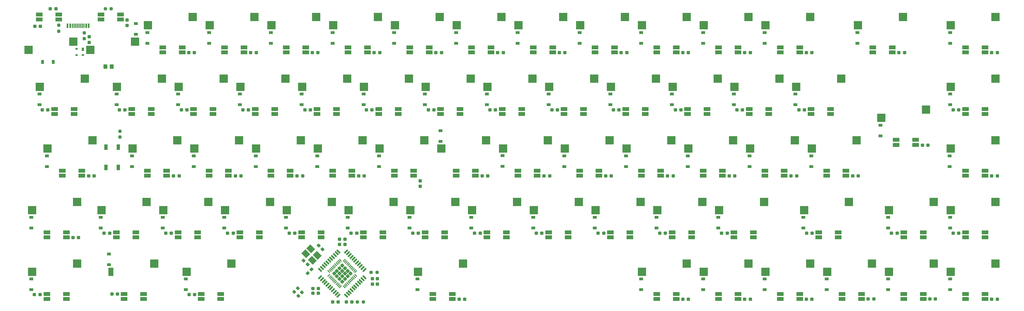
<source format=gbp>
G04 #@! TF.GenerationSoftware,KiCad,Pcbnew,(6.0.10)*
G04 #@! TF.CreationDate,2023-02-16T19:15:59+01:00*
G04 #@! TF.ProjectId,kuro65,6b75726f-3635-42e6-9b69-6361645f7063,rev?*
G04 #@! TF.SameCoordinates,Original*
G04 #@! TF.FileFunction,Paste,Bot*
G04 #@! TF.FilePolarity,Positive*
%FSLAX46Y46*%
G04 Gerber Fmt 4.6, Leading zero omitted, Abs format (unit mm)*
G04 Created by KiCad (PCBNEW (6.0.10)) date 2023-02-16 19:15:59*
%MOMM*%
%LPD*%
G01*
G04 APERTURE LIST*
G04 Aperture macros list*
%AMRoundRect*
0 Rectangle with rounded corners*
0 $1 Rounding radius*
0 $2 $3 $4 $5 $6 $7 $8 $9 X,Y pos of 4 corners*
0 Add a 4 corners polygon primitive as box body*
4,1,4,$2,$3,$4,$5,$6,$7,$8,$9,$2,$3,0*
0 Add four circle primitives for the rounded corners*
1,1,$1+$1,$2,$3*
1,1,$1+$1,$4,$5*
1,1,$1+$1,$6,$7*
1,1,$1+$1,$8,$9*
0 Add four rect primitives between the rounded corners*
20,1,$1+$1,$2,$3,$4,$5,0*
20,1,$1+$1,$4,$5,$6,$7,0*
20,1,$1+$1,$6,$7,$8,$9,0*
20,1,$1+$1,$8,$9,$2,$3,0*%
%AMRotRect*
0 Rectangle, with rotation*
0 The origin of the aperture is its center*
0 $1 length*
0 $2 width*
0 $3 Rotation angle, in degrees counterclockwise*
0 Add horizontal line*
21,1,$1,$2,0,0,$3*%
G04 Aperture macros list end*
%ADD10R,2.550000X2.500000*%
%ADD11R,1.590000X2.500000*%
%ADD12R,2.000000X1.200000*%
%ADD13R,0.600000X1.450000*%
%ADD14R,0.300000X1.450000*%
%ADD15RoundRect,0.237500X0.300000X0.237500X-0.300000X0.237500X-0.300000X-0.237500X0.300000X-0.237500X0*%
%ADD16RoundRect,0.237500X-0.300000X-0.237500X0.300000X-0.237500X0.300000X0.237500X-0.300000X0.237500X0*%
%ADD17RoundRect,0.237500X0.044194X0.380070X-0.380070X-0.044194X-0.044194X-0.380070X0.380070X0.044194X0*%
%ADD18RoundRect,0.237500X0.237500X-0.250000X0.237500X0.250000X-0.237500X0.250000X-0.237500X-0.250000X0*%
%ADD19RoundRect,0.237500X-0.237500X0.250000X-0.237500X-0.250000X0.237500X-0.250000X0.237500X0.250000X0*%
%ADD20RoundRect,0.237500X0.250000X0.237500X-0.250000X0.237500X-0.250000X-0.237500X0.250000X-0.237500X0*%
%ADD21RoundRect,0.250000X0.000000X-0.358486X0.358486X0.000000X0.000000X0.358486X-0.358486X0.000000X0*%
%ADD22RoundRect,0.062500X-0.291682X-0.380070X0.380070X0.291682X0.291682X0.380070X-0.380070X-0.291682X0*%
%ADD23RoundRect,0.062500X0.291682X-0.380070X0.380070X-0.291682X-0.291682X0.380070X-0.380070X0.291682X0*%
%ADD24RoundRect,0.237500X0.344715X-0.008839X-0.008839X0.344715X-0.344715X0.008839X0.008839X-0.344715X0*%
%ADD25RoundRect,0.237500X-0.237500X0.300000X-0.237500X-0.300000X0.237500X-0.300000X0.237500X0.300000X0*%
%ADD26RoundRect,0.237500X-0.380070X0.044194X0.044194X-0.380070X0.380070X-0.044194X-0.044194X0.380070X0*%
%ADD27RoundRect,0.237500X0.380070X-0.044194X-0.044194X0.380070X-0.380070X0.044194X0.044194X-0.380070X0*%
%ADD28RotRect,2.100000X1.725000X315.000000*%
%ADD29R,1.000000X1.700000*%
%ADD30R,0.900000X1.200000*%
%ADD31R,1.200000X0.900000*%
%ADD32RoundRect,0.137500X-0.327037X-0.521491X0.521491X0.327037X0.327037X0.521491X-0.521491X-0.327037X0*%
%ADD33RoundRect,0.137500X0.327037X-0.521491X0.521491X-0.327037X-0.327037X0.521491X-0.521491X0.327037X0*%
%ADD34R,0.700000X1.000000*%
%ADD35R,0.700000X0.600000*%
%ADD36RoundRect,0.250000X-0.350000X-0.450000X0.350000X-0.450000X0.350000X0.450000X-0.350000X0.450000X0*%
%ADD37RoundRect,0.237500X0.237500X-0.287500X0.237500X0.287500X-0.237500X0.287500X-0.237500X-0.287500X0*%
G04 APERTURE END LIST*
D10*
X1710000Y-13680000D03*
X15560000Y-11140000D03*
X21433750Y-41620000D03*
X7583750Y-44160000D03*
X271465000Y-3520000D03*
X257615000Y-6060000D03*
X16671250Y-60670000D03*
X2821250Y-63210000D03*
X38102500Y-60670000D03*
X24252500Y-63210000D03*
X204790000Y-79720000D03*
X190940000Y-82260000D03*
X223840000Y-79720000D03*
X209990000Y-82260000D03*
X242890000Y-79720000D03*
X229040000Y-82260000D03*
X42865000Y-22570000D03*
X29015000Y-25110000D03*
X47627500Y-41620000D03*
X33777500Y-44160000D03*
X52390000Y-3520000D03*
X38540000Y-6060000D03*
X61915000Y-22570000D03*
X48065000Y-25110000D03*
X66677500Y-41620000D03*
X52827500Y-44160000D03*
X57152500Y-60670000D03*
X43302500Y-63210000D03*
X71440000Y-3520000D03*
X57590000Y-6060000D03*
X80965000Y-22570000D03*
X67115000Y-25110000D03*
X85727500Y-41620000D03*
X71877500Y-44160000D03*
X76202500Y-60670000D03*
X62352500Y-63210000D03*
X90490000Y-3520000D03*
X76640000Y-6060000D03*
X100015000Y-22570000D03*
X86165000Y-25110000D03*
X104777500Y-41620000D03*
X90927500Y-44160000D03*
X95252500Y-60670000D03*
X81402500Y-63210000D03*
X109540000Y-3520000D03*
X95690000Y-6060000D03*
X119065000Y-22570000D03*
X105215000Y-25110000D03*
X123827500Y-41620000D03*
X109977500Y-44160000D03*
X128590000Y-3520000D03*
X114740000Y-6060000D03*
X138115000Y-22570000D03*
X124265000Y-25110000D03*
X142877500Y-41620000D03*
X129027500Y-44160000D03*
X133352500Y-60670000D03*
X119502500Y-63210000D03*
X147640000Y-3520000D03*
X133790000Y-6060000D03*
X157165000Y-22570000D03*
X143315000Y-25110000D03*
X161927500Y-41620000D03*
X148077500Y-44160000D03*
X152402500Y-60670000D03*
X138552500Y-63210000D03*
X166690000Y-3520000D03*
X152840000Y-6060000D03*
X176215000Y-22570000D03*
X162365000Y-25110000D03*
X180977500Y-41620000D03*
X167127500Y-44160000D03*
X171452500Y-60670000D03*
X157602500Y-63210000D03*
X185740000Y-3520000D03*
X171890000Y-6060000D03*
X195265000Y-22570000D03*
X181415000Y-25110000D03*
X200027500Y-41620000D03*
X186177500Y-44160000D03*
X190502500Y-60670000D03*
X176652500Y-63210000D03*
X204790000Y-3520000D03*
X190940000Y-6060000D03*
X214315000Y-22570000D03*
X200465000Y-25110000D03*
X219077500Y-41620000D03*
X205227500Y-44160000D03*
X209552500Y-60670000D03*
X195702500Y-63210000D03*
X223840000Y-3520000D03*
X209990000Y-6060000D03*
X233365000Y-22570000D03*
X219515000Y-25110000D03*
X238127500Y-41620000D03*
X224277500Y-44160000D03*
X228602500Y-60670000D03*
X214752500Y-63210000D03*
X242890000Y-3520000D03*
X229040000Y-6060000D03*
X252415000Y-22570000D03*
X238565000Y-25110000D03*
X257177500Y-41620000D03*
X243327500Y-44160000D03*
X261940000Y-79720000D03*
X248090000Y-82260000D03*
X280990000Y-60670000D03*
X267140000Y-63210000D03*
X280990000Y-79720000D03*
X267140000Y-82260000D03*
X300040000Y-3520000D03*
X286190000Y-6060000D03*
X300040000Y-22570000D03*
X286190000Y-25110000D03*
X300040000Y-41620000D03*
X286190000Y-44160000D03*
X300040000Y-60670000D03*
X286190000Y-63210000D03*
X300040000Y-79720000D03*
X286190000Y-82260000D03*
X278608750Y-32095000D03*
X264758750Y-34635000D03*
X19052500Y-22570000D03*
X5202500Y-25110000D03*
X16671250Y-79720000D03*
X2821250Y-82260000D03*
X40483750Y-79720000D03*
D11*
X27113750Y-82260000D03*
D10*
X135733750Y-79720000D03*
X121883750Y-82260000D03*
X254796250Y-60670000D03*
X240946250Y-63210000D03*
X20760000Y-13680000D03*
X34610000Y-11140000D03*
X114302500Y-60670000D03*
X100452500Y-63210000D03*
X64296250Y-79720000D03*
X50446250Y-82260000D03*
D12*
X30050000Y-4320000D03*
X30050000Y-2720000D03*
X24050000Y-2720000D03*
X24050000Y-4320000D03*
X139587500Y-52580000D03*
X139587500Y-50980000D03*
X133587500Y-50980000D03*
X133587500Y-52580000D03*
X271700000Y-70030000D03*
X271700000Y-71630000D03*
X277700000Y-71630000D03*
X277700000Y-70030000D03*
X82437500Y-52580000D03*
X82437500Y-50980000D03*
X76437500Y-50980000D03*
X76437500Y-52580000D03*
X109775000Y-31930000D03*
X109775000Y-33530000D03*
X115775000Y-33530000D03*
X115775000Y-31930000D03*
X296750000Y-52580000D03*
X296750000Y-50980000D03*
X290750000Y-50980000D03*
X290750000Y-52580000D03*
X268175000Y-14480000D03*
X268175000Y-12880000D03*
X262175000Y-12880000D03*
X262175000Y-14480000D03*
X158637500Y-52580000D03*
X158637500Y-50980000D03*
X152637500Y-50980000D03*
X152637500Y-52580000D03*
X290750000Y-70030000D03*
X290750000Y-71630000D03*
X296750000Y-71630000D03*
X296750000Y-70030000D03*
X49100000Y-14480000D03*
X49100000Y-12880000D03*
X43100000Y-12880000D03*
X43100000Y-14480000D03*
X243125000Y-31930000D03*
X243125000Y-33530000D03*
X249125000Y-33530000D03*
X249125000Y-31930000D03*
X234837500Y-52580000D03*
X234837500Y-50980000D03*
X228837500Y-50980000D03*
X228837500Y-52580000D03*
X85962500Y-70030000D03*
X85962500Y-71630000D03*
X91962500Y-71630000D03*
X91962500Y-70030000D03*
X162162500Y-70030000D03*
X162162500Y-71630000D03*
X168162500Y-71630000D03*
X168162500Y-70030000D03*
X128825000Y-31930000D03*
X128825000Y-33530000D03*
X134825000Y-33530000D03*
X134825000Y-31930000D03*
X132443750Y-90680000D03*
X132443750Y-89080000D03*
X126443750Y-89080000D03*
X126443750Y-90680000D03*
X181212500Y-70030000D03*
X181212500Y-71630000D03*
X187212500Y-71630000D03*
X187212500Y-70030000D03*
X120537500Y-52580000D03*
X120537500Y-50980000D03*
X114537500Y-50980000D03*
X114537500Y-52580000D03*
X201500000Y-14480000D03*
X201500000Y-12880000D03*
X195500000Y-12880000D03*
X195500000Y-14480000D03*
X105012500Y-70030000D03*
X105012500Y-71630000D03*
X111012500Y-71630000D03*
X111012500Y-70030000D03*
X290750000Y-31930000D03*
X290750000Y-33530000D03*
X296750000Y-33530000D03*
X296750000Y-31930000D03*
X239600000Y-90680000D03*
X239600000Y-89080000D03*
X233600000Y-89080000D03*
X233600000Y-90680000D03*
X87200000Y-14480000D03*
X87200000Y-12880000D03*
X81200000Y-12880000D03*
X81200000Y-14480000D03*
X66912500Y-70030000D03*
X66912500Y-71630000D03*
X72912500Y-71630000D03*
X72912500Y-70030000D03*
X106250000Y-14480000D03*
X106250000Y-12880000D03*
X100250000Y-12880000D03*
X100250000Y-14480000D03*
X220550000Y-90680000D03*
X220550000Y-89080000D03*
X214550000Y-89080000D03*
X214550000Y-90680000D03*
X296750000Y-14480000D03*
X296750000Y-12880000D03*
X290750000Y-12880000D03*
X290750000Y-14480000D03*
X143112500Y-70030000D03*
X143112500Y-71630000D03*
X149112500Y-71630000D03*
X149112500Y-70030000D03*
X215787500Y-52580000D03*
X215787500Y-50980000D03*
X209787500Y-50980000D03*
X209787500Y-52580000D03*
X177687500Y-52580000D03*
X177687500Y-50980000D03*
X171687500Y-50980000D03*
X171687500Y-52580000D03*
X9762500Y-31930000D03*
X9762500Y-33530000D03*
X15762500Y-33530000D03*
X15762500Y-31930000D03*
X124062500Y-70030000D03*
X124062500Y-71630000D03*
X130062500Y-71630000D03*
X130062500Y-70030000D03*
X239600000Y-14480000D03*
X239600000Y-12880000D03*
X233600000Y-12880000D03*
X233600000Y-14480000D03*
X52625000Y-31930000D03*
X52625000Y-33530000D03*
X58625000Y-33530000D03*
X58625000Y-31930000D03*
X11000000Y-4320000D03*
X11000000Y-2720000D03*
X5000000Y-2720000D03*
X5000000Y-4320000D03*
X245506250Y-70030000D03*
X245506250Y-71630000D03*
X251506250Y-71630000D03*
X251506250Y-70030000D03*
X196737500Y-52580000D03*
X196737500Y-50980000D03*
X190737500Y-50980000D03*
X190737500Y-52580000D03*
X275318750Y-43055000D03*
X275318750Y-41455000D03*
X269318750Y-41455000D03*
X269318750Y-43055000D03*
X101487500Y-52580000D03*
X101487500Y-50980000D03*
X95487500Y-50980000D03*
X95487500Y-52580000D03*
X47862500Y-70030000D03*
X47862500Y-71630000D03*
X53862500Y-71630000D03*
X53862500Y-70030000D03*
X7381250Y-89080000D03*
X7381250Y-90680000D03*
X13381250Y-90680000D03*
X13381250Y-89080000D03*
X28812500Y-70030000D03*
X28812500Y-71630000D03*
X34812500Y-71630000D03*
X34812500Y-70030000D03*
X182450000Y-14480000D03*
X182450000Y-12880000D03*
X176450000Y-12880000D03*
X176450000Y-14480000D03*
X296750000Y-90680000D03*
X296750000Y-89080000D03*
X290750000Y-89080000D03*
X290750000Y-90680000D03*
X144350000Y-14480000D03*
X144350000Y-12880000D03*
X138350000Y-12880000D03*
X138350000Y-14480000D03*
X219312500Y-70030000D03*
X219312500Y-71630000D03*
X225312500Y-71630000D03*
X225312500Y-70030000D03*
X147875000Y-31930000D03*
X147875000Y-33530000D03*
X153875000Y-33530000D03*
X153875000Y-31930000D03*
X163400000Y-14480000D03*
X163400000Y-12880000D03*
X157400000Y-12880000D03*
X157400000Y-14480000D03*
X55006250Y-89080000D03*
X55006250Y-90680000D03*
X61006250Y-90680000D03*
X61006250Y-89080000D03*
X33575000Y-31930000D03*
X33575000Y-33530000D03*
X39575000Y-33530000D03*
X39575000Y-31930000D03*
X125300000Y-14480000D03*
X125300000Y-12880000D03*
X119300000Y-12880000D03*
X119300000Y-14480000D03*
X18143750Y-52580000D03*
X18143750Y-50980000D03*
X12143750Y-50980000D03*
X12143750Y-52580000D03*
X90725000Y-31930000D03*
X90725000Y-33530000D03*
X96725000Y-33530000D03*
X96725000Y-31930000D03*
X224075000Y-31930000D03*
X224075000Y-33530000D03*
X230075000Y-33530000D03*
X230075000Y-31930000D03*
X31193750Y-89080000D03*
X31193750Y-90680000D03*
X37193750Y-90680000D03*
X37193750Y-89080000D03*
X185975000Y-31930000D03*
X185975000Y-33530000D03*
X191975000Y-33530000D03*
X191975000Y-31930000D03*
X253887500Y-52580000D03*
X253887500Y-50980000D03*
X247887500Y-50980000D03*
X247887500Y-52580000D03*
X258650000Y-90680000D03*
X258650000Y-89080000D03*
X252650000Y-89080000D03*
X252650000Y-90680000D03*
X205025000Y-31930000D03*
X205025000Y-33530000D03*
X211025000Y-33530000D03*
X211025000Y-31930000D03*
X68150000Y-14480000D03*
X68150000Y-12880000D03*
X62150000Y-12880000D03*
X62150000Y-14480000D03*
X277700000Y-90680000D03*
X277700000Y-89080000D03*
X271700000Y-89080000D03*
X271700000Y-90680000D03*
X71675000Y-31930000D03*
X71675000Y-33530000D03*
X77675000Y-33530000D03*
X77675000Y-31930000D03*
X166925000Y-31930000D03*
X166925000Y-33530000D03*
X172925000Y-33530000D03*
X172925000Y-31930000D03*
X44337500Y-52580000D03*
X44337500Y-50980000D03*
X38337500Y-50980000D03*
X38337500Y-52580000D03*
X13381250Y-71630000D03*
X13381250Y-70030000D03*
X7381250Y-70030000D03*
X7381250Y-71630000D03*
X220550000Y-14480000D03*
X220550000Y-12880000D03*
X214550000Y-12880000D03*
X214550000Y-14480000D03*
X63387500Y-52580000D03*
X63387500Y-50980000D03*
X57387500Y-50980000D03*
X57387500Y-52580000D03*
X201500000Y-90680000D03*
X201500000Y-89080000D03*
X195500000Y-89080000D03*
X195500000Y-90680000D03*
X200262500Y-70030000D03*
X200262500Y-71630000D03*
X206262500Y-71630000D03*
X206262500Y-70030000D03*
D13*
X13780000Y-6225000D03*
X14580000Y-6225000D03*
D14*
X15780000Y-6225000D03*
X16780000Y-6225000D03*
X17280000Y-6225000D03*
X18280000Y-6225000D03*
D13*
X19480000Y-6225000D03*
X20280000Y-6225000D03*
X20280000Y-6225000D03*
X19480000Y-6225000D03*
D14*
X18780000Y-6225000D03*
X17780000Y-6225000D03*
X16280000Y-6225000D03*
X15280000Y-6225000D03*
D13*
X14580000Y-6225000D03*
X13780000Y-6225000D03*
D15*
X99362500Y-73800000D03*
X97637500Y-73800000D03*
D16*
X99737500Y-91600000D03*
X101462500Y-91600000D03*
D17*
X89009880Y-81490120D03*
X87790120Y-82709880D03*
D18*
X18900000Y-10212500D03*
X18900000Y-8387500D03*
D19*
X29900000Y-38787500D03*
X29900000Y-40612500D03*
D20*
X109212500Y-82400000D03*
X107387500Y-82400000D03*
D21*
X100161701Y-81969150D03*
X100992551Y-82800000D03*
X97669150Y-81138299D03*
X96007449Y-82800000D03*
X98500000Y-83630850D03*
X98500000Y-80307449D03*
X98500000Y-81969150D03*
X96838299Y-83630850D03*
X98500000Y-85292551D03*
X99330850Y-82800000D03*
X99330850Y-81138299D03*
X97669150Y-82800000D03*
X100161701Y-83630850D03*
X96838299Y-81969150D03*
X99330850Y-84461701D03*
X97669150Y-84461701D03*
D22*
X97907798Y-86927736D03*
X97554245Y-86574182D03*
X97200691Y-86220629D03*
X96847138Y-85867076D03*
X96493585Y-85513522D03*
X96140031Y-85159969D03*
X95786478Y-84806415D03*
X95432924Y-84452862D03*
X95079371Y-84099309D03*
X94725818Y-83745755D03*
X94372264Y-83392202D03*
D23*
X94372264Y-82207798D03*
X94725818Y-81854245D03*
X95079371Y-81500691D03*
X95432924Y-81147138D03*
X95786478Y-80793585D03*
X96140031Y-80440031D03*
X96493585Y-80086478D03*
X96847138Y-79732924D03*
X97200691Y-79379371D03*
X97554245Y-79025818D03*
X97907798Y-78672264D03*
D22*
X99092202Y-78672264D03*
X99445755Y-79025818D03*
X99799309Y-79379371D03*
X100152862Y-79732924D03*
X100506415Y-80086478D03*
X100859969Y-80440031D03*
X101213522Y-80793585D03*
X101567076Y-81147138D03*
X101920629Y-81500691D03*
X102274182Y-81854245D03*
X102627736Y-82207798D03*
D23*
X102627736Y-83392202D03*
X102274182Y-83745755D03*
X101920629Y-84099309D03*
X101567076Y-84452862D03*
X101213522Y-84806415D03*
X100859969Y-85159969D03*
X100506415Y-85513522D03*
X100152862Y-85867076D03*
X99799309Y-86220629D03*
X99445755Y-86574182D03*
X99092202Y-86927736D03*
D24*
X84945235Y-89745235D03*
X83654765Y-88454765D03*
D25*
X107800000Y-84337500D03*
X107800000Y-86062500D03*
X109300000Y-84337500D03*
X109300000Y-86062500D03*
D26*
X91190120Y-74090120D03*
X92409880Y-75309880D03*
D27*
X87809880Y-80009880D03*
X86590120Y-78790120D03*
D15*
X91162500Y-87400000D03*
X89437500Y-87400000D03*
D28*
X88743674Y-75105717D03*
X90794283Y-77156326D03*
X89256326Y-78694283D03*
X87205717Y-76643674D03*
D29*
X25600000Y-43725000D03*
X25600000Y-50025000D03*
X29400000Y-50025000D03*
X29400000Y-43725000D03*
D24*
X86045235Y-88645235D03*
X84754765Y-87354765D03*
D18*
X11000000Y-7912500D03*
X11000000Y-6087500D03*
D15*
X91162500Y-88900000D03*
X89437500Y-88900000D03*
D16*
X95537500Y-91600000D03*
X97262500Y-91600000D03*
D15*
X99362500Y-72200000D03*
X97637500Y-72200000D03*
D30*
X9350000Y-17400000D03*
X6050000Y-17400000D03*
D31*
X5100000Y-27350000D03*
X5100000Y-30650000D03*
X7400000Y-46450000D03*
X7400000Y-49750000D03*
X2600000Y-65450000D03*
X2600000Y-68750000D03*
X2600000Y-84450000D03*
X2600000Y-87750000D03*
X34800000Y-8850000D03*
X34800000Y-5550000D03*
X28900000Y-27350000D03*
X28900000Y-30650000D03*
X33600000Y-46450000D03*
X33600000Y-49750000D03*
X24000000Y-65450000D03*
X24000000Y-68750000D03*
X26500000Y-80050000D03*
X26500000Y-76750000D03*
X38400000Y-8350000D03*
X38400000Y-11650000D03*
X47900000Y-27350000D03*
X47900000Y-30650000D03*
X52700000Y-46450000D03*
X52700000Y-49750000D03*
X43100000Y-65450000D03*
X43100000Y-68750000D03*
X50200000Y-84450000D03*
X50200000Y-87750000D03*
X57400000Y-8350000D03*
X57400000Y-11650000D03*
X66900000Y-27350000D03*
X66900000Y-30650000D03*
X71800000Y-46450000D03*
X71800000Y-49750000D03*
X62100000Y-65450000D03*
X62100000Y-68750000D03*
X76500000Y-8350000D03*
X76500000Y-11650000D03*
X86000000Y-27350000D03*
X86000000Y-30650000D03*
X90800000Y-46450000D03*
X90800000Y-49750000D03*
X81100000Y-65450000D03*
X81100000Y-68750000D03*
X95500000Y-8350000D03*
X95500000Y-11650000D03*
X105100000Y-27350000D03*
X105100000Y-30650000D03*
X109800000Y-46450000D03*
X109800000Y-49750000D03*
X100200000Y-65450000D03*
X100200000Y-68750000D03*
X114500000Y-8350000D03*
X114500000Y-11650000D03*
X124000000Y-27350000D03*
X124000000Y-30650000D03*
X128800000Y-41950000D03*
X128800000Y-38650000D03*
X119200000Y-65450000D03*
X119200000Y-68750000D03*
X121700000Y-84450000D03*
X121700000Y-87750000D03*
X133600000Y-8350000D03*
X133600000Y-11650000D03*
X143100000Y-27350000D03*
X143100000Y-30650000D03*
X147900000Y-46400000D03*
X147900000Y-49700000D03*
X138300000Y-65450000D03*
X138300000Y-68750000D03*
X152600000Y-8350000D03*
X152600000Y-11650000D03*
X162200000Y-27350000D03*
X162200000Y-30650000D03*
X167000000Y-46450000D03*
X167000000Y-49750000D03*
X157400000Y-65450000D03*
X157400000Y-68750000D03*
X171700000Y-8350000D03*
X171700000Y-11650000D03*
X181200000Y-27350000D03*
X181200000Y-30650000D03*
X186000000Y-46450000D03*
X186000000Y-49750000D03*
X176400000Y-65450000D03*
X176400000Y-68750000D03*
X190700000Y-8350000D03*
X190700000Y-11650000D03*
X200200000Y-27350000D03*
X200200000Y-30650000D03*
X205100000Y-46450000D03*
X205100000Y-49750000D03*
X195400000Y-65450000D03*
X195400000Y-68750000D03*
X190700000Y-84450000D03*
X190700000Y-87750000D03*
X209800000Y-8350000D03*
X209800000Y-11650000D03*
X219300000Y-27350000D03*
X219300000Y-30650000D03*
X224100000Y-46450000D03*
X224100000Y-49750000D03*
X214500000Y-65450000D03*
X214500000Y-68750000D03*
X209800000Y-84450000D03*
X209800000Y-87750000D03*
X228800000Y-8350000D03*
X228800000Y-11650000D03*
X238300000Y-27350000D03*
X238300000Y-30650000D03*
X243200000Y-46450000D03*
X243200000Y-49750000D03*
X240700000Y-65450000D03*
X240700000Y-68750000D03*
X228800000Y-84450000D03*
X228800000Y-87750000D03*
X247900000Y-84450000D03*
X247900000Y-87750000D03*
X257400000Y-8350000D03*
X257400000Y-11650000D03*
X264540000Y-36950000D03*
X264540000Y-40250000D03*
X266900000Y-65450000D03*
X266900000Y-68750000D03*
X266900000Y-84450000D03*
X266900000Y-87750000D03*
X286000000Y-8350000D03*
X286000000Y-11650000D03*
X286000000Y-27350000D03*
X286000000Y-30650000D03*
X285900000Y-46450000D03*
X285900000Y-49750000D03*
X286000000Y-65450000D03*
X286000000Y-68750000D03*
X286000000Y-84450000D03*
X286000000Y-87750000D03*
D16*
X103537500Y-52600000D03*
X105262500Y-52600000D03*
D15*
X29162500Y-89100000D03*
X27437500Y-89100000D03*
X243462500Y-70300000D03*
X241737500Y-70300000D03*
X50562500Y-32200000D03*
X48837500Y-32200000D03*
D32*
X97324435Y-89632419D03*
X96758750Y-89066734D03*
X96193064Y-88501048D03*
X95627379Y-87935363D03*
X95061693Y-87369678D03*
X94496008Y-86803992D03*
X93930322Y-86238307D03*
X93364637Y-85672621D03*
X92798952Y-85106936D03*
X92233266Y-84541250D03*
X91667581Y-83975565D03*
D33*
X91667581Y-81624435D03*
X92233266Y-81058750D03*
X92798952Y-80493064D03*
X93364637Y-79927379D03*
X93930322Y-79361693D03*
X94496008Y-78796008D03*
X95061693Y-78230322D03*
X95627379Y-77664637D03*
X96193064Y-77098952D03*
X96758750Y-76533266D03*
X97324435Y-75967581D03*
D32*
X99675565Y-75967581D03*
X100241250Y-76533266D03*
X100806936Y-77098952D03*
X101372621Y-77664637D03*
X101938307Y-78230322D03*
X102503992Y-78796008D03*
X103069678Y-79361693D03*
X103635363Y-79927379D03*
X104201048Y-80493064D03*
X104766734Y-81058750D03*
X105332419Y-81624435D03*
D33*
X105332419Y-83975565D03*
X104766734Y-84541250D03*
X104201048Y-85106936D03*
X103635363Y-85672621D03*
X103069678Y-86238307D03*
X102503992Y-86803992D03*
X101938307Y-87369678D03*
X101372621Y-87935363D03*
X100806936Y-88501048D03*
X100241250Y-89066734D03*
X99675565Y-89632419D03*
D16*
X198837500Y-52600000D03*
X200562500Y-52600000D03*
X222637500Y-14500000D03*
X224362500Y-14500000D03*
X70237500Y-14500000D03*
X71962500Y-14500000D03*
D15*
X217262500Y-70300000D03*
X215537500Y-70300000D03*
D16*
X184537500Y-14500000D03*
X186262500Y-14500000D03*
D15*
X160062500Y-70300000D03*
X158337500Y-70300000D03*
X241062500Y-32200000D03*
X239337500Y-32200000D03*
X269662500Y-70300000D03*
X267937500Y-70300000D03*
D16*
X89237500Y-14500000D03*
X90962500Y-14500000D03*
X298837500Y-52600000D03*
X300562500Y-52600000D03*
D20*
X27212500Y-1000000D03*
X25387500Y-1000000D03*
D15*
X26762500Y-70300000D03*
X25037500Y-70300000D03*
D16*
X134537500Y-90700000D03*
X136262500Y-90700000D03*
X260737500Y-90678875D03*
X262462500Y-90678875D03*
D25*
X32100000Y-4437500D03*
X32100000Y-6162500D03*
D15*
X221962500Y-32200000D03*
X220237500Y-32200000D03*
D16*
X65537500Y-52600000D03*
X67262500Y-52600000D03*
D15*
X288662500Y-70300000D03*
X286937500Y-70300000D03*
X102962500Y-70300000D03*
X101237500Y-70300000D03*
D16*
X279737500Y-90674901D03*
X281462500Y-90674901D03*
D15*
X69562500Y-32200000D03*
X67837500Y-32200000D03*
D16*
X270237500Y-14500000D03*
X271962500Y-14500000D03*
X51137500Y-14500000D03*
X52862500Y-14500000D03*
D15*
X107662500Y-32200000D03*
X105937500Y-32200000D03*
X202962500Y-32200000D03*
X201237500Y-32200000D03*
D16*
X15437500Y-71700000D03*
X17162500Y-71700000D03*
D15*
X5262500Y-89300000D03*
X3537500Y-89300000D03*
D16*
X217837500Y-52600000D03*
X219562500Y-52600000D03*
D15*
X126762500Y-32200000D03*
X125037500Y-32200000D03*
X183862500Y-32200000D03*
X182137500Y-32200000D03*
D34*
X18500000Y-13550000D03*
D35*
X18500000Y-15250000D03*
X16500000Y-15250000D03*
X16500000Y-13350000D03*
D15*
X121962500Y-70300000D03*
X120237500Y-70300000D03*
D16*
X241637500Y-90683110D03*
X243362500Y-90683110D03*
X203537500Y-14500000D03*
X205262500Y-14500000D03*
X222637500Y-90700000D03*
X224362500Y-90700000D03*
D25*
X122500000Y-54137500D03*
X122500000Y-55862500D03*
D15*
X7662500Y-32200000D03*
X5937500Y-32200000D03*
D16*
X127400000Y-14500000D03*
X129125000Y-14500000D03*
X298837500Y-90682168D03*
X300562500Y-90682168D03*
D15*
X10162500Y-1000000D03*
X8437500Y-1000000D03*
X83862500Y-70300000D03*
X82137500Y-70300000D03*
D16*
X146437500Y-14500000D03*
X148162500Y-14500000D03*
X165437500Y-14500000D03*
X167162500Y-14500000D03*
X84537500Y-52600000D03*
X86262500Y-52600000D03*
D15*
X88662500Y-32200000D03*
X86937500Y-32200000D03*
D16*
X298837500Y-14500000D03*
X300562500Y-14500000D03*
D15*
X141062500Y-70300000D03*
X139337500Y-70300000D03*
D16*
X236937500Y-52600000D03*
X238662500Y-52600000D03*
D15*
X52962500Y-89300000D03*
X51237500Y-89300000D03*
D20*
X105012500Y-91600000D03*
X103187500Y-91600000D03*
D16*
X20237500Y-52600000D03*
X21962500Y-52600000D03*
X203537500Y-90685574D03*
X205262500Y-90685574D03*
D15*
X198162500Y-70300000D03*
X196437500Y-70300000D03*
D16*
X179737500Y-52600000D03*
X181462500Y-52600000D03*
D15*
X164862500Y-32200000D03*
X163137500Y-32200000D03*
X31462500Y-32200000D03*
X29737500Y-32200000D03*
X288662500Y-32200000D03*
X286937500Y-32200000D03*
D36*
X25400000Y-18800000D03*
X27400000Y-18800000D03*
D16*
X141637500Y-52600000D03*
X143362500Y-52600000D03*
X46437500Y-52600000D03*
X48162500Y-52600000D03*
X255937500Y-52600000D03*
X257662500Y-52600000D03*
D15*
X64862500Y-70300000D03*
X63137500Y-70300000D03*
D16*
X277437500Y-43100000D03*
X279162500Y-43100000D03*
D37*
X20400000Y-11375000D03*
X20400000Y-9625000D03*
D16*
X108337500Y-14500000D03*
X110062500Y-14500000D03*
D15*
X145762500Y-32200000D03*
X144037500Y-32200000D03*
D16*
X160737500Y-52600000D03*
X162462500Y-52600000D03*
D15*
X179162500Y-70300000D03*
X177437500Y-70300000D03*
X5362500Y-6400000D03*
X3637500Y-6400000D03*
X45762500Y-70300000D03*
X44037500Y-70300000D03*
D16*
X241637500Y-14500000D03*
X243362500Y-14500000D03*
M02*

</source>
